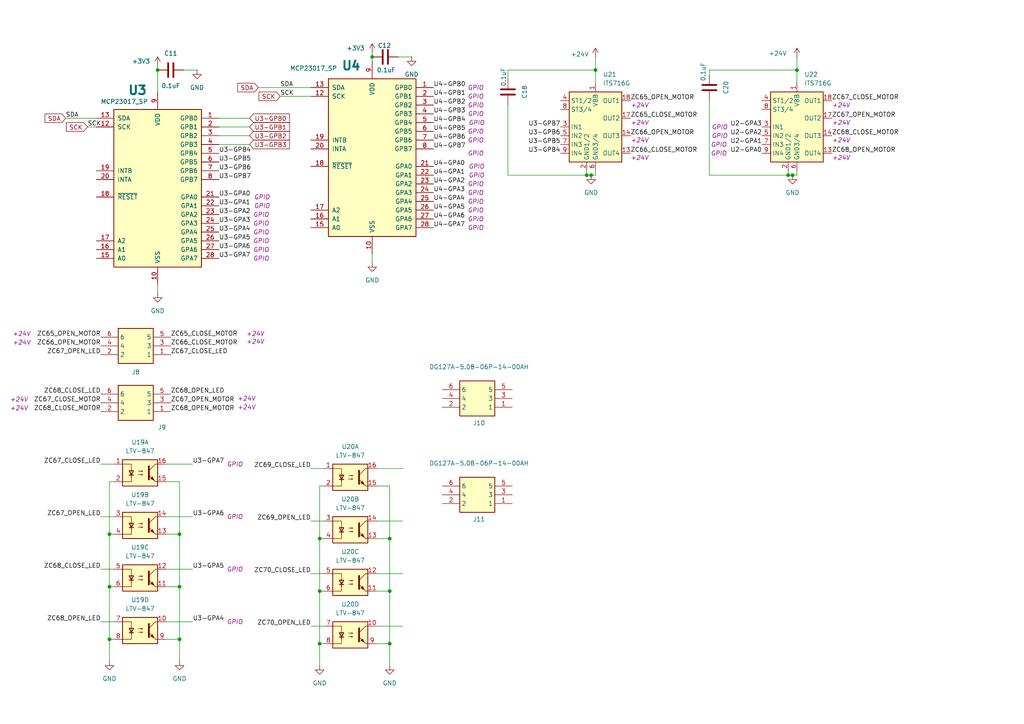
<source format=kicad_sch>
(kicad_sch (version 20250114) (generator "eeschema") (generator_version "9.0")
  (paper "A4")
  (lib_symbols
    (symbol "1_tme:DG127A-5.08-06P-14-00AH"
      (property "Reference" "J" (at 16.51 7.62 0))
      (property "Value" "DG127A-5.08-06P-14-00AH" (at 16.51 5.08 0))
      (symbol "DG127A-5.08-06P-14-00AH_1_1"
        (rectangle (start 5.08 2.54) (end 15.24 -7.62) (stroke (width 0.254)) (fill (type background)))
        (pin passive line (at 0 0 0) (length 5.08) (name "2") (number "2"))
        (pin passive line (at 0 -2.54 0) (length 5.08) (name "4") (number "4"))
        (pin passive line (at 0 -5.08 0) (length 5.08) (name "6") (number "6"))
        (pin passive line (at 20.32 0 180) (length 5.08) (name "1") (number "1"))
        (pin passive line (at 20.32 -2.54 180) (length 5.08) (name "3") (number "3"))
        (pin passive line (at 20.32 -5.08 180) (length 5.08) (name "5") (number "5"))
      )
    )
    (symbol "Device:C" (pin_numbers (hide yes)) (pin_names (offset 0.254))
      (property "Reference" "C" (at 0.635 2.54 0))
      (property "Value" "C" (at 0.635 -2.54 0))
      (symbol "C_0_1"
        (polyline (pts (xy -2.032 0.762) (xy 2.032 0.762)) (stroke (width 0.508)))
        (polyline (pts (xy -2.032 -0.762) (xy 2.032 -0.762)) (stroke (width 0.508)))
      )
      (symbol "C_1_1"
        (pin passive line (at 0 3.81 270) (length 2.794) (name "~") (number "1"))
        (pin passive line (at 0 -3.81 90) (length 2.794) (name "~") (number "2"))
      )
    )
    (symbol "Driver_FET:ITS716G"
      (property "Reference" "U" (at -5.08 11.43 0))
      (property "Value" "ITS716G" (at 6.35 11.43 0))
      (symbol "ITS716G_0_1"
        (rectangle (start -7.62 10.16) (end 7.62 -10.16) (stroke (width 0.254)) (fill (type background)))
      )
      (symbol "ITS716G_1_1"
        (pin open_collector line (at -10.16 7.62 0) (length 2.54) (name "ST1/2") (number "4"))
        (pin open_collector line (at -10.16 5.08 0) (length 2.54) (name "ST3/4") (number "8"))
        (pin input line (at -10.16 0 0) (length 2.54) (name "IN1") (number "3"))
        (pin input line (at -10.16 -2.54 0) (length 2.54) (name "IN2") (number "5"))
        (pin input line (at -10.16 -5.08 0) (length 2.54) (name "IN3") (number "7"))
        (pin input line (at -10.16 -7.62 0) (length 2.54) (name "IN4") (number "9"))
        (pin power_in line (at -2.54 -12.7 90) (length 2.54) (name "GND1/2") (number "2"))
        (pin power_in line (at 0 12.7 270) (length 2.54) (name "VBB") (number "1"))
        (pin passive line (at 0 12.7 270) (length 2.54) (hide yes) (name "VBB") (number "10"))
        (pin passive line (at 0 12.7 270) (length 2.54) (hide yes) (name "VBB") (number "11"))
        (pin passive line (at 0 12.7 270) (length 2.54) (hide yes) (name "VBB") (number "12"))
        (pin passive line (at 0 12.7 270) (length 2.54) (hide yes) (name "VBB") (number "15"))
        (pin passive line (at 0 12.7 270) (length 2.54) (hide yes) (name "VBB") (number "16"))
        (pin passive line (at 0 12.7 270) (length 2.54) (hide yes) (name "VBB") (number "19"))
        (pin passive line (at 0 12.7 270) (length 2.54) (hide yes) (name "VBB") (number "20"))
        (pin power_in line (at 0 -12.7 90) (length 2.54) (name "GND3/4") (number "6"))
        (pin open_emitter line (at 10.16 7.62 180) (length 2.54) (name "OUT1") (number "18"))
        (pin open_emitter line (at 10.16 2.54 180) (length 2.54) (name "OUT2") (number "17"))
        (pin open_emitter line (at 10.16 -2.54 180) (length 2.54) (name "OUT3") (number "14"))
        (pin open_emitter line (at 10.16 -7.62 180) (length 2.54) (name "OUT4") (number "13"))
      )
    )
    (symbol "Interface_Expansion:MCP23017_SP" (pin_names (offset 1.016))
      (property "Reference" "U" (at -11.43 24.13 0))
      (property "Value" "MCP23017_SP" (at 0 0 0))
      (symbol "MCP23017_SP_0_1"
        (rectangle (start -12.7 22.86) (end 12.7 -22.86) (stroke (width 0.254)) (fill (type background)))
      )
      (symbol "MCP23017_SP_1_1"
        (pin bidirectional line (at -17.78 20.32 0) (length 5.08) (name "SDA") (number "13"))
        (pin input line (at -17.78 17.78 0) (length 5.08) (name "SCK") (number "12"))
        (pin tri_state line (at -17.78 5.08 0) (length 5.08) (name "INTB") (number "19"))
        (pin tri_state line (at -17.78 2.54 0) (length 5.08) (name "INTA") (number "20"))
        (pin input line (at -17.78 -2.54 0) (length 5.08) (name "~{RESET}") (number "18"))
        (pin input line (at -17.78 -15.24 0) (length 5.08) (name "A2") (number "17"))
        (pin input line (at -17.78 -17.78 0) (length 5.08) (name "A1") (number "16"))
        (pin input line (at -17.78 -20.32 0) (length 5.08) (name "A0") (number "15"))
        (pin no_connect line (at -12.7 15.24 0) (length 5.08) (hide yes) (name "NC") (number "11"))
        (pin no_connect line (at -12.7 12.7 0) (length 5.08) (hide yes) (name "NC") (number "14"))
        (pin power_in line (at 0 27.94 270) (length 5.08) (name "VDD") (number "9"))
        (pin power_in line (at 0 -27.94 90) (length 5.08) (name "VSS") (number "10"))
        (pin bidirectional line (at 17.78 20.32 180) (length 5.08) (name "GPB0") (number "1"))
        (pin bidirectional line (at 17.78 17.78 180) (length 5.08) (name "GPB1") (number "2"))
        (pin bidirectional line (at 17.78 15.24 180) (length 5.08) (name "GPB2") (number "3"))
        (pin bidirectional line (at 17.78 12.7 180) (length 5.08) (name "GPB3") (number "4"))
        (pin bidirectional line (at 17.78 10.16 180) (length 5.08) (name "GPB4") (number "5"))
        (pin bidirectional line (at 17.78 7.62 180) (length 5.08) (name "GPB5") (number "6"))
        (pin bidirectional line (at 17.78 5.08 180) (length 5.08) (name "GPB6") (number "7"))
        (pin output line (at 17.78 2.54 180) (length 5.08) (name "GPB7") (number "8"))
        (pin bidirectional line (at 17.78 -2.54 180) (length 5.08) (name "GPA0") (number "21"))
        (pin bidirectional line (at 17.78 -5.08 180) (length 5.08) (name "GPA1") (number "22"))
        (pin bidirectional line (at 17.78 -7.62 180) (length 5.08) (name "GPA2") (number "23"))
        (pin bidirectional line (at 17.78 -10.16 180) (length 5.08) (name "GPA3") (number "24"))
        (pin bidirectional line (at 17.78 -12.7 180) (length 5.08) (name "GPA4") (number "25"))
        (pin bidirectional line (at 17.78 -15.24 180) (length 5.08) (name "GPA5") (number "26"))
        (pin bidirectional line (at 17.78 -17.78 180) (length 5.08) (name "GPA6") (number "27"))
        (pin output line (at 17.78 -20.32 180) (length 5.08) (name "GPA7") (number "28"))
      )
    )
    (symbol "Isolator:LTV-847" (pin_names (offset 1.016))
      (property "Reference" "U" (at -5.08 5.08 0))
      (property "Value" "LTV-847" (at 0 5.08 0))
      (symbol "LTV-847_0_1"
        (rectangle (start -5.08 3.81) (end 5.08 -3.81) (stroke (width 0.254)) (fill (type background)))
        (polyline (pts (xy -5.08 2.54) (xy -2.54 2.54) (xy -2.54 -1.27) (xy -2.54 0.635)))
        (polyline (pts (xy -3.175 -0.635) (xy -1.905 -0.635)) (stroke (width 0.254)))
        (polyline (pts (xy -2.54 -0.635) (xy -2.54 -2.54) (xy -5.08 -2.54)))
        (polyline (pts (xy -2.54 -0.635) (xy -3.175 0.635) (xy -1.905 0.635) (xy -2.54 -0.635)) (stroke (width 0.254)))
        (polyline (pts (xy -0.508 0.508) (xy 0.762 0.508) (xy 0.381 0.381) (xy 0.381 0.635) (xy 0.762 0.508)))
        (polyline (pts (xy -0.508 -0.508) (xy 0.762 -0.508) (xy 0.381 -0.635) (xy 0.381 -0.381) (xy 0.762 -0.508)))
        (polyline (pts (xy 2.54 1.905) (xy 2.54 -1.905)) (stroke (width 0.508)))
        (polyline (pts (xy 2.54 0.635) (xy 4.445 2.54)))
        (polyline (pts (xy 3.048 -1.651) (xy 3.556 -1.143) (xy 4.064 -2.159) (xy 3.048 -1.651)) (fill (type outline)))
        (polyline (pts (xy 4.445 2.54) (xy 5.08 2.54)))
        (polyline (pts (xy 4.445 -2.54) (xy 2.54 -0.635)) (fill (type outline)))
        (polyline (pts (xy 4.445 -2.54) (xy 5.08 -2.54)))
      )
      (symbol "LTV-847_1_1"
        (pin passive line (at -7.62 2.54 0) (length 2.54) (name "~") (number "1"))
        (pin passive line (at -7.62 -2.54 0) (length 2.54) (name "~") (number "2"))
        (pin passive line (at 7.62 2.54 180) (length 2.54) (name "~") (number "16"))
        (pin passive line (at 7.62 -2.54 180) (length 2.54) (name "~") (number "15"))
      )
      (symbol "LTV-847_2_1"
        (pin passive line (at -7.62 2.54 0) (length 2.54) (name "~") (number "3"))
        (pin passive line (at -7.62 -2.54 0) (length 2.54) (name "~") (number "4"))
        (pin passive line (at 7.62 2.54 180) (length 2.54) (name "~") (number "14"))
        (pin passive line (at 7.62 -2.54 180) (length 2.54) (name "~") (number "13"))
      )
      (symbol "LTV-847_3_1"
        (pin passive line (at -7.62 2.54 0) (length 2.54) (name "~") (number "5"))
        (pin passive line (at -7.62 -2.54 0) (length 2.54) (name "~") (number "6"))
        (pin passive line (at 7.62 2.54 180) (length 2.54) (name "~") (number "12"))
        (pin passive line (at 7.62 -2.54 180) (length 2.54) (name "~") (number "11"))
      )
      (symbol "LTV-847_4_1"
        (pin passive line (at -7.62 2.54 0) (length 2.54) (name "~") (number "7"))
        (pin passive line (at -7.62 -2.54 0) (length 2.54) (name "~") (number "8"))
        (pin passive line (at 7.62 2.54 180) (length 2.54) (name "~") (number "10"))
        (pin passive line (at 7.62 -2.54 180) (length 2.54) (name "~") (number "9"))
      )
    )
    (symbol "power:+24V" (power) (pin_numbers (hide yes)) (pin_names (offset 0) (hide yes))
      (property "Value" "+24V" (at 0 3.556 0))
      (symbol "+24V_0_1"
        (polyline (pts (xy -0.762 1.27) (xy 0 2.54)))
        (polyline (pts (xy 0 2.54) (xy 0.762 1.27)))
        (polyline (pts (xy 0 0) (xy 0 2.54)))
      )
      (symbol "+24V_1_1"
        (pin power_in line (at 0 0 90) (length 0) (name "~") (number "1"))
      )
    )
    (symbol "power:+5VD" (power) (pin_numbers (hide yes)) (pin_names (offset 0) (hide yes))
      (property "Value" "+5VD" (at 0 3.556 0))
      (symbol "+5VD_0_1"
        (polyline (pts (xy -0.762 1.27) (xy 0 2.54)))
        (polyline (pts (xy 0 2.54) (xy 0.762 1.27)))
        (polyline (pts (xy 0 0) (xy 0 2.54)))
      )
      (symbol "+5VD_1_1"
        (pin power_in line (at 0 0 90) (length 0) (name "~") (number "1"))
      )
    )
    (symbol "power:GND" (power) (pin_numbers (hide yes)) (pin_names (offset 0) (hide yes))
      (property "Value" "GND" (at 0 -3.81 0))
      (symbol "GND_0_1"
        (polyline (pts (xy 0 0) (xy 0 -1.27) (xy 1.27 -1.27) (xy 0 -2.54) (xy -1.27 -1.27) (xy 0 -1.27)))
      )
      (symbol "GND_1_1"
        (pin power_in line (at 0 0 270) (length 0) (name "~") (number "1"))
      )
    )
  )
  (junction (at 31.75 185.42))
  (junction (at 170.18 50.8))
  (junction (at 52.07 170.18))
  (junction (at 92.71 156.21))
  (junction (at 229.87 50.8))
  (junction (at 92.71 186.69))
  (junction (at 113.03 156.21))
  (junction (at 231.14 20.32))
  (junction (at 45.72 20.32))
  (junction (at 52.07 154.94))
  (junction (at 107.95 16.51))
  (junction (at 31.75 170.18))
  (junction (at 172.72 20.32))
  (junction (at 52.07 185.42))
  (junction (at 113.03 171.45))
  (junction (at 113.03 186.69))
  (junction (at 92.71 171.45))
  (junction (at 171.45 50.8))
  (junction (at 228.6 50.8))
  (junction (at 31.75 154.94))
  (wire (pts (xy 113.03 140.97) (xy 113.03 156.21)))
  (wire (pts (xy 93.98 140.97) (xy 92.71 140.97)))
  (wire (pts (xy 107.95 16.51) (xy 107.95 17.78)))
  (wire (pts (xy 205.74 20.32) (xy 205.74 21.59)))
  (wire (pts (xy 90.17 181.61) (xy 93.98 181.61)))
  (wire (pts (xy 31.75 170.18) (xy 31.75 185.42)))
  (wire (pts (xy 52.07 185.42) (xy 52.07 191.77)))
  (wire (pts (xy 55.88 149.86) (xy 48.26 149.86)))
  (wire (pts (xy 93.98 156.21) (xy 92.71 156.21)))
  (wire (pts (xy 29.21 134.62) (xy 33.02 134.62)))
  (wire (pts (xy 72.39 39.37) (xy 63.5 39.37)))
  (wire (pts (xy 229.87 50.8) (xy 231.14 50.8)))
  (wire (pts (xy 147.32 30.48) (xy 147.32 50.8)))
  (wire (pts (xy 147.32 50.8) (xy 170.18 50.8)))
  (wire (pts (xy 205.74 50.8) (xy 228.6 50.8)))
  (wire (pts (xy 113.03 156.21) (xy 113.03 171.45)))
  (wire (pts (xy 92.71 171.45) (xy 92.71 186.69)))
  (wire (pts (xy 172.72 20.32) (xy 172.72 24.13)))
  (wire (pts (xy 48.26 154.94) (xy 52.07 154.94)))
  (wire (pts (xy 116.84 135.89) (xy 109.22 135.89)))
  (wire (pts (xy 93.98 186.69) (xy 92.71 186.69)))
  (wire (pts (xy 45.72 19.05) (xy 45.72 20.32)))
  (wire (pts (xy 52.07 139.7) (xy 52.07 154.94)))
  (wire (pts (xy 119.38 16.51) (xy 115.57 16.51)))
  (wire (pts (xy 231.14 16.51) (xy 231.14 20.32)))
  (wire (pts (xy 113.03 186.69) (xy 113.03 193.04)))
  (wire (pts (xy 29.21 165.1) (xy 33.02 165.1)))
  (wire (pts (xy 72.39 34.29) (xy 63.5 34.29)))
  (wire (pts (xy 19.05 34.29) (xy 27.94 34.29)))
  (wire (pts (xy 90.17 166.37) (xy 93.98 166.37)))
  (wire (pts (xy 93.98 171.45) (xy 92.71 171.45)))
  (wire (pts (xy 231.14 20.32) (xy 231.14 24.13)))
  (wire (pts (xy 29.21 149.86) (xy 33.02 149.86)))
  (wire (pts (xy 92.71 140.97) (xy 92.71 156.21)))
  (wire (pts (xy 48.26 139.7) (xy 52.07 139.7)))
  (wire (pts (xy 31.75 139.7) (xy 31.75 154.94)))
  (wire (pts (xy 92.71 156.21) (xy 92.71 171.45)))
  (wire (pts (xy 147.32 20.32) (xy 147.32 22.86)))
  (wire (pts (xy 107.95 15.24) (xy 107.95 16.51)))
  (wire (pts (xy 45.72 20.32) (xy 45.72 26.67)))
  (wire (pts (xy 48.26 170.18) (xy 52.07 170.18)))
  (wire (pts (xy 109.22 140.97) (xy 113.03 140.97)))
  (wire (pts (xy 31.75 185.42) (xy 31.75 191.77)))
  (wire (pts (xy 116.84 151.13) (xy 109.22 151.13)))
  (wire (pts (xy 55.88 134.62) (xy 48.26 134.62)))
  (wire (pts (xy 170.18 50.8) (xy 171.45 50.8)))
  (wire (pts (xy 52.07 170.18) (xy 52.07 185.42)))
  (wire (pts (xy 25.4 36.83) (xy 27.94 36.83)))
  (wire (pts (xy 231.14 20.32) (xy 205.74 20.32)))
  (wire (pts (xy 52.07 154.94) (xy 52.07 170.18)))
  (wire (pts (xy 205.74 29.21) (xy 205.74 50.8)))
  (wire (pts (xy 170.18 49.53) (xy 170.18 50.8)))
  (wire (pts (xy 172.72 49.53) (xy 172.72 50.8)))
  (wire (pts (xy 33.02 154.94) (xy 31.75 154.94)))
  (wire (pts (xy 109.22 156.21) (xy 113.03 156.21)))
  (wire (pts (xy 231.14 49.53) (xy 231.14 50.8)))
  (wire (pts (xy 109.22 171.45) (xy 113.03 171.45)))
  (wire (pts (xy 33.02 139.7) (xy 31.75 139.7)))
  (wire (pts (xy 107.95 73.66) (xy 107.95 76.2)))
  (wire (pts (xy 55.88 180.34) (xy 48.26 180.34)))
  (wire (pts (xy 57.15 20.32) (xy 53.34 20.32)))
  (wire (pts (xy 48.26 185.42) (xy 52.07 185.42)))
  (wire (pts (xy 228.6 49.53) (xy 228.6 50.8)))
  (wire (pts (xy 81.28 27.94) (xy 90.17 27.94)))
  (wire (pts (xy 45.72 82.55) (xy 45.72 85.09)))
  (wire (pts (xy 109.22 186.69) (xy 113.03 186.69)))
  (wire (pts (xy 31.75 154.94) (xy 31.75 170.18)))
  (wire (pts (xy 90.17 135.89) (xy 93.98 135.89)))
  (wire (pts (xy 92.71 186.69) (xy 92.71 193.04)))
  (wire (pts (xy 29.21 180.34) (xy 33.02 180.34)))
  (wire (pts (xy 172.72 16.51) (xy 172.72 20.32)))
  (wire (pts (xy 116.84 181.61) (xy 109.22 181.61)))
  (wire (pts (xy 74.93 25.4) (xy 90.17 25.4)))
  (wire (pts (xy 90.17 151.13) (xy 93.98 151.13)))
  (wire (pts (xy 172.72 20.32) (xy 147.32 20.32)))
  (wire (pts (xy 55.88 165.1) (xy 48.26 165.1)))
  (wire (pts (xy 33.02 185.42) (xy 31.75 185.42)))
  (wire (pts (xy 116.84 166.37) (xy 109.22 166.37)))
  (wire (pts (xy 113.03 171.45) (xy 113.03 186.69)))
  (wire (pts (xy 72.39 36.83) (xy 63.5 36.83)))
  (wire (pts (xy 228.6 50.8) (xy 229.87 50.8)))
  (wire (pts (xy 72.39 41.91) (xy 63.5 41.91)))
  (wire (pts (xy 33.02 170.18) (xy 31.75 170.18)))
  (wire (pts (xy 171.45 50.8) (xy 172.72 50.8)))
  (label "ZC67_OPEN_LED" (at 29.21 102.87 180))
  (label "U4-GPB2" (at 125.73 30.48 0) (property "Netclass" "GPIO" (at 135.636 30.48 0) (effects (font (italic yes)) (justify left))))
  (label "U4-GPB4" (at 125.73 35.56 0) (property "Netclass" "GPIO" (at 135.89 35.56 0) (effects (font (italic yes)) (justify left))))
  (label "U4-GPB1" (at 125.73 27.94 0) (property "Netclass" "GPIO" (at 135.636 27.94 0) (effects (font (italic yes)) (justify left))))
  (label "U4-GPA4" (at 125.73 58.42 0) (property "Netclass" "GPIO" (at 135.636 58.42 0) (effects (font (italic yes)) (justify left))))
  (label "SCK" (at 25.4 36.83 0))
  (label "U4-GPB5" (at 125.73 38.1 0) (property "Netclass" "GPIO" (at 135.636 38.1 0) (effects (font (italic yes)) (justify left))))
  (label "U3-GPB7" (at 162.56 36.83 180))
  (label "ZC68_OPEN_MOTOR" (at 241.3 44.45 0) (property "Netclass" "+24V" (at 241.3 45.72 0) (effects (font (italic yes)) (justify left))))
  (label "ZC67_CLOSE_LED" (at 49.53 102.87 0))
  (label "ZC67_CLOSE_MOTOR" (at 29.21 116.84 180) (property "Netclass" "+24V" (at 8.128 115.824 0) (effects (font (italic yes)) (justify right))))
  (label "ZC67_OPEN_MOTOR" (at 241.3 34.29 0) (property "Netclass" "+24V" (at 241.3 35.56 0) (effects (font (italic yes)) (justify left))))
  (label "U4-GPA0" (at 125.73 48.26 0) (property "Netclass" "GPIO" (at 135.89 48.26 0) (effects (font (italic yes)) (justify left))))
  (label "ZC67_OPEN_LED" (at 29.21 149.86 180))
  (label "U4-GPA5" (at 125.73 60.96 0) (property "Netclass" "GPIO" (at 135.636 60.96 0) (effects (font (italic yes)) (justify left))))
  (label "U3-GPA4" (at 55.88 180.34 0) (property "Netclass" "GPIO" (at 65.786 180.34 0) (effects (font (italic yes)) (justify left))))
  (label "U3-GPA2" (at 63.5 62.23 0) (property "Netclass" "GPIO" (at 73.406 62.23 0) (effects (font (italic yes)) (justify left))))
  (label "U3-GPB5" (at 162.56 41.91 180))
  (label "U3-GPB4" (at 63.5 44.45 0))
  (label "ZC66_OPEN_MOTOR" (at 182.88 39.37 0) (property "Netclass" "+24V" (at 182.88 40.64 0) (effects (font (italic yes)) (justify left))))
  (label "U3-GPA5" (at 55.88 165.1 0) (property "Netclass" "GPIO" (at 65.786 165.1 0) (effects (font (italic yes)) (justify left))))
  (label "U2-GPA0" (at 220.98 44.45 180) (property "Netclass" "GPIO" (at 210.82 44.45 0) (effects (font (italic yes)) (justify right))))
  (label "U3-GPA5" (at 63.5 69.85 0) (property "Netclass" "GPIO" (at 73.406 69.85 0) (effects (font (italic yes)) (justify left))))
  (label "ZC69_CLOSE_LED" (at 90.17 135.89 180))
  (label "ZC70_OPEN_LED" (at 90.17 181.61 180))
  (label "ZC68_CLOSE_MOTOR" (at 29.21 119.38 180) (property "Netclass" "+24V" (at 8.128 118.364 0) (effects (font (italic yes)) (justify right))))
  (label "U3-GPA7" (at 63.5 74.93 0) (property "Netclass" "GPIO" (at 73.406 74.93 0) (effects (font (italic yes)) (justify left))))
  (label "SDA" (at 19.05 34.29 0))
  (label "U4-GPA2" (at 125.73 53.34 0) (property "Netclass" "GPIO" (at 135.636 53.34 0) (effects (font (italic yes)) (justify left))))
  (label "U3-GPB4" (at 162.56 44.45 180))
  (label "U2-GPA3" (at 220.98 36.83 180) (property "Netclass" "GPIO" (at 211.074 36.83 0) (effects (font (italic yes)) (justify right))))
  (label "U4-GPB0" (at 125.73 25.4 0) (property "Netclass" "GPIO" (at 135.636 25.4 0) (effects (font (italic yes)) (justify left))))
  (label "ZC68_CLOSE_MOTOR" (at 241.3 39.37 0) (property "Netclass" "+24V" (at 241.3 40.64 0) (effects (font (italic yes)) (justify left))))
  (label "U3-GPB6" (at 63.5 49.53 0))
  (label "U2-GPA1" (at 220.98 41.91 180) (property "Netclass" "GPIO" (at 210.82 41.91 0) (effects (font (italic yes)) (justify right))))
  (label "U3-GPA3" (at 63.5 64.77 0) (property "Netclass" "GPIO" (at 73.406 64.77 0) (effects (font (italic yes)) (justify left))))
  (label "ZC68_OPEN_LED" (at 49.53 114.3 0))
  (label "U4-GPA6" (at 125.73 63.5 0) (property "Netclass" "GPIO" (at 135.636 63.5 0) (effects (font (italic yes)) (justify left))))
  (label "ZC68_CLOSE_LED" (at 29.21 165.1 180))
  (label "ZC68_OPEN_LED" (at 29.21 180.34 180))
  (label "U3-GPA4" (at 63.5 67.31 0) (property "Netclass" "GPIO" (at 73.406 67.31 0) (effects (font (italic yes)) (justify left))))
  (label "U4-GPB3" (at 125.73 33.02 0) (property "Netclass" "GPIO" (at 135.636 33.02 0) (effects (font (italic yes)) (justify left))))
  (label "U4-GPB7" (at 125.73 43.18 0) (property "Netclass" "GPIO" (at 135.636 44.45 0) (effects (font (italic yes)) (justify left))))
  (label "ZC68_CLOSE_LED" (at 29.21 114.3 180))
  (label "ZC65_OPEN_MOTOR" (at 182.88 29.21 0) (property "Netclass" "+24V" (at 182.88 30.48 0) (effects (font (italic yes)) (justify left))))
  (label "SCK" (at 81.28 27.94 0))
  (label "U3-GPA6" (at 63.5 72.39 0) (property "Netclass" "GPIO" (at 73.406 72.39 0) (effects (font (italic yes)) (justify left))))
  (label "ZC65_OPEN_MOTOR" (at 29.21 97.79 180) (property "Netclass" "+24V" (at 8.89 96.774 0) (effects (font (italic yes)) (justify right))))
  (label "ZC67_OPEN_MOTOR" (at 49.53 116.84 0) (property "Netclass" "+24V" (at 68.834 115.57 0) (effects (font (italic yes)) (justify left))))
  (label "ZC67_CLOSE_LED" (at 29.21 134.62 180))
  (label "U3-GPA6" (at 55.88 149.86 0) (property "Netclass" "GPIO" (at 65.786 149.86 0) (effects (font (italic yes)) (justify left))))
  (label "U4-GPA3" (at 125.73 55.88 0) (property "Netclass" "GPIO" (at 135.636 55.88 0) (effects (font (italic yes)) (justify left))))
  (label "ZC66_CLOSE_MOTOR" (at 49.53 100.33 0) (property "Netclass" "+24V" (at 71.374 99.06 0) (effects (font (italic yes)) (justify left))))
  (label "U4-GPA7" (at 125.73 66.04 0) (property "Netclass" "GPIO" (at 135.636 66.04 0) (effects (font (italic yes)) (justify left))))
  (label "U3-GPA0" (at 63.5 57.15 0) (property "Netclass" "GPIO" (at 73.66 57.15 0) (effects (font (italic yes)) (justify left))))
  (label "U3-GPA1" (at 63.5 59.69 0) (property "Netclass" "GPIO" (at 73.66 59.69 0) (effects (font (italic yes)) (justify left))))
  (label "SDA" (at 81.28 25.4 0))
  (label "ZC66_OPEN_MOTOR" (at 29.21 100.33 180) (property "Netclass" "+24V" (at 8.89 99.314 0) (effects (font (italic yes)) (justify right))))
  (label "U4-GPA1" (at 125.73 50.8 0) (property "Netclass" "GPIO" (at 135.89 50.8 0) (effects (font (italic yes)) (justify left))))
  (label "U3-GPA7" (at 55.88 134.62 0) (property "Netclass" "GPIO" (at 65.786 134.62 0) (effects (font (italic yes)) (justify left))))
  (label "ZC65_CLOSE_MOTOR" (at 49.53 97.79 0) (property "Netclass" "+24V" (at 71.374 96.774 0) (effects (font (italic yes)) (justify left))))
  (label "ZC65_CLOSE_MOTOR" (at 182.88 34.29 0) (property "Netclass" "+24V" (at 182.88 35.56 0) (effects (font (italic yes)) (justify left))))
  (label "ZC66_CLOSE_MOTOR" (at 182.88 44.45 0) (property "Netclass" "+24V" (at 182.88 45.72 0) (effects (font (italic yes)) (justify left))))
  (label "U2-GPA2" (at 220.98 39.37 180) (property "Netclass" "GPIO" (at 211.074 39.37 0) (effects (font (italic yes)) (justify right))))
  (label "U3-GPB5" (at 63.5 46.99 0))
  (label "U3-GPB6" (at 162.56 39.37 180))
  (label "U4-GPB6" (at 125.73 40.64 0) (property "Netclass" "GPIO" (at 135.636 40.64 0) (effects (font (italic yes)) (justify left))))
  (label "U3-GPB7" (at 63.5 52.07 0))
  (label "ZC68_OPEN_MOTOR" (at 49.53 119.38 0) (property "Netclass" "+24V" (at 68.834 118.11 0) (effects (font (italic yes)) (justify left))))
  (label "ZC67_CLOSE_MOTOR" (at 241.3 29.21 0) (property "Netclass" "+24V" (at 241.3 30.48 0) (effects (font (italic yes)) (justify left))))
  (label "ZC69_OPEN_LED" (at 90.17 151.13 180))
  (label "ZC70_CLOSE_LED" (at 90.17 166.37 180))
  (global_label "SDA" (shape input) (at 19.05 34.29 180) (property "Intersheetrefs" "${INTERSHEET_REFS}" (effects (hide yes))))
  (global_label "U3-GPB2" (shape input) (at 72.39 39.37 0) (property "Intersheetrefs" "${INTERSHEET_REFS}" (effects (hide yes))))
  (global_label "SCK" (shape input) (at 81.28 27.94 180) (property "Intersheetrefs" "${INTERSHEET_REFS}" (effects (hide yes))))
  (global_label "U3-GPB1" (shape input) (at 72.39 36.83 0) (property "Intersheetrefs" "${INTERSHEET_REFS}" (effects (hide yes))))
  (global_label "U3-GPB3" (shape input) (at 72.39 41.91 0) (property "Intersheetrefs" "${INTERSHEET_REFS}" (effects (hide yes))))
  (global_label "U3-GPB0" (shape input) (at 72.39 34.29 0) (property "Intersheetrefs" "${INTERSHEET_REFS}" (effects (hide yes))))
  (global_label "SCK" (shape input) (at 25.4 36.83 180) (property "Intersheetrefs" "${INTERSHEET_REFS}" (effects (hide yes))))
  (global_label "SDA" (shape input) (at 74.93 25.4 180) (property "Intersheetrefs" "${INTERSHEET_REFS}" (effects (hide yes))))
  (symbol (lib_id "power:+5VD") (at 45.72 19.05 0) (unit 1)
    (property "Reference" "#PWR07" (effects (hide yes)))
    (property "Value" "+3V3" (at 40.894 17.78 0))
    (property "Description" "Power symbol creates a global label with name \"+5VD\"" (effects (hide yes)))
  )
  (symbol (lib_id "Isolator:LTV-847") (at 40.64 182.88 0) (unit 4)
    (property "Reference" "U19" (at 40.64 173.99 0))
    (property "Value" "LTV-847" (at 40.64 176.53 0))
    (property "Footprint" "Package_DIP:DIP-16_W7.62mm" (effects (hide yes)))
    (property "Datasheet" "http://optoelectronics.liteon.com/upload/download/DS-70-96-0016/LTV-8X7%20series.PDF" (effects (hide yes)))
    (property "Description" "Quad DC Optocoupler, Vce 35V, CTR 50%, DIP-16" (effects (hide yes)))
  )
  (symbol (lib_id "Device:C") (at 49.53 20.32 90) (unit 1)
    (property "Reference" "C11" (at 49.53 15.494 90))
    (property "Value" "0.1uF" (at 49.53 24.892 90))
    (property "Footprint" "Capacitor_SMD:C_0805_2012Metric_Pad1.18x1.45mm_HandSolder" (effects (hide yes)))
    (property "Description" "Unpolarized capacitor" (effects (hide yes)))
  )
  (symbol (lib_id "Isolator:LTV-847") (at 101.6 184.15 0) (unit 4)
    (property "Reference" "U20" (at 101.6 175.26 0))
    (property "Value" "LTV-847" (at 101.6 177.8 0))
    (property "Footprint" "Package_DIP:DIP-16_W7.62mm" (effects (hide yes)))
    (property "Datasheet" "http://optoelectronics.liteon.com/upload/download/DS-70-96-0016/LTV-8X7%20series.PDF" (effects (hide yes)))
    (property "Description" "Quad DC Optocoupler, Vce 35V, CTR 50%, DIP-16" (effects (hide yes)))
  )
  (symbol (lib_id "Driver_FET:ITS716G") (at 172.72 36.83 0) (unit 1)
    (property "Reference" "U21" (at 174.8633 21.59 0) (effects (justify left)))
    (property "Value" "ITS716G" (at 174.8633 24.13 0) (effects (justify left)))
    (property "Footprint" "Package_SO:SOIC-20W_7.5x12.8mm_P1.27mm" (effects (hide yes)))
    (property "Datasheet" "https://www.infineon.com/dgdl/Infineon-ITS716G-DS-v01_01-en.pdf?fileId=db3a304412b407950112b428c2cf3e6d" (effects (hide yes)))
    (property "Description" "Smart High-Side Power Switch for Industrial Applications, Four Channels, Rds 140mΩ, SOIC-20W" (effects (hide yes)))
  )
  (symbol (lib_id "Isolator:LTV-847") (at 40.64 137.16 0) (unit 1)
    (property "Reference" "U19" (at 40.64 128.27 0))
    (property "Value" "LTV-847" (at 40.64 130.81 0))
    (property "Footprint" "Package_DIP:DIP-16_W7.62mm" (effects (hide yes)))
    (property "Datasheet" "http://optoelectronics.liteon.com/upload/download/DS-70-96-0016/LTV-8X7%20series.PDF" (effects (hide yes)))
    (property "Description" "Quad DC Optocoupler, Vce 35V, CTR 50%, DIP-16" (effects (hide yes)))
  )
  (symbol (lib_id "power:GND") (at 107.95 76.2 0) (unit 1)
    (property "Reference" "#PWR010" (effects (hide yes)))
    (property "Value" "GND" (at 107.95 81.28 0))
    (property "Description" "Power symbol creates a global label with name \"GND\" , ground" (effects (hide yes)))
  )
  (symbol (lib_id "power:GND") (at 113.03 193.04 0) (unit 1)
    (property "Reference" "#PWR057" (effects (hide yes)))
    (property "Value" "GND" (at 113.03 198.12 0))
    (property "Description" "Power symbol creates a global label with name \"GND\" , ground" (effects (hide yes)))
  )
  (symbol (lib_id "Isolator:LTV-847") (at 101.6 138.43 0) (unit 1)
    (property "Reference" "U20" (at 101.6 129.54 0))
    (property "Value" "LTV-847" (at 101.6 132.08 0))
    (property "Footprint" "Package_DIP:DIP-16_W7.62mm" (effects (hide yes)))
    (property "Datasheet" "http://optoelectronics.liteon.com/upload/download/DS-70-96-0016/LTV-8X7%20series.PDF" (effects (hide yes)))
    (property "Description" "Quad DC Optocoupler, Vce 35V, CTR 50%, DIP-16" (effects (hide yes)))
  )
  (symbol (lib_id "power:+5VD") (at 107.95 15.24 0) (unit 1)
    (property "Reference" "#PWR09" (effects (hide yes)))
    (property "Value" "+3V3" (at 103.124 13.97 0))
    (property "Description" "Power symbol creates a global label with name \"+5VD\"" (effects (hide yes)))
  )
  (symbol (lib_id "Interface_Expansion:MCP23017_SP") (at 45.72 54.61 0) (unit 1)
    (property "Reference" "U3" (at 36.83 26.162 0) (effects (font (size 2.54 2.54) (thickness 0.508) (bold yes)) (justify left)))
    (property "Value" "MCP23017_SP" (at 29.21 29.464 0) (effects (justify left)))
    (property "Footprint" "Package_DIP:DIP-28_W7.62mm" (effects (hide yes)))
    (property "Datasheet" "https://ww1.microchip.com/downloads/aemDocuments/documents/APID/ProductDocuments/DataSheets/MCP23017-Data-Sheet-DS20001952.pdf" (effects (hide yes)))
    (property "Description" "16-bit I/O expander, I2C, interrupts, w pull-ups, SPDIP-28" (effects (hide yes)))
  )
  (symbol (lib_id "Device:C") (at 205.74 25.4 0) (unit 1)
    (property "Reference" "C20" (at 210.566 25.4 90))
    (property "Value" "0.1uF" (at 203.962 20.828 90))
    (property "Footprint" "Capacitor_SMD:C_0805_2012Metric_Pad1.18x1.45mm_HandSolder" (effects (hide yes)))
    (property "Description" "Unpolarized capacitor" (effects (hide yes)))
  )
  (symbol (lib_id "power:GND") (at 45.72 85.09 0) (unit 1)
    (property "Reference" "#PWR08" (effects (hide yes)))
    (property "Value" "GND" (at 45.72 90.17 0))
    (property "Description" "Power symbol creates a global label with name \"GND\" , ground" (effects (hide yes)))
  )
  (symbol (lib_id "1_tme:DG127A-5.08-06P-14-00AH") (at 29.21 102.87 0) (mirror x) (unit 1)
    (property "Reference" "J8" (at 39.37 107.95 0))
    (property "Value" "DG127A-5.08-06P-14-00AH" (effects (hide yes)))
    (property "Footprint" "DG127A50806P1400AH" (effects (hide yes)))
    (property "Datasheet" "https://www.degson.com/index.php?a=downloadFile&id=1094971&name=%27ZmlsZTQ=%27&lang=en" (effects (hide yes)))
    (property "Description" "PCB terminal block; angled 90; 5.08mm; ways: 6; on PCBs; terminal" (effects (hide yes)))
    (property "Height" "19.41" (effects (hide yes)))
    (property "Manufacturer_Name" "Degson" (effects (hide yes)))
    (property "Manufacturer_Part_Number" "DG127A-5.08-06P-14-00AH" (effects (hide yes)))
  )
  (symbol (lib_id "power:GND") (at 119.38 16.51 0) (unit 1)
    (property "Reference" "#PWR039" (effects (hide yes)))
    (property "Value" "GND" (at 119.38 21.59 0))
    (property "Description" "Power symbol creates a global label with name \"GND\" , ground" (effects (hide yes)))
  )
  (symbol (lib_id "Device:C") (at 147.32 26.67 0) (unit 1)
    (property "Reference" "C18" (at 152.146 26.67 90))
    (property "Value" "0.1uF" (at 146.05 22.352 90))
    (property "Footprint" "Capacitor_SMD:C_0805_2012Metric_Pad1.18x1.45mm_HandSolder" (effects (hide yes)))
    (property "Description" "Unpolarized capacitor" (effects (hide yes)))
  )
  (symbol (lib_id "power:GND") (at 52.07 191.77 0) (unit 1)
    (property "Reference" "#PWR055" (effects (hide yes)))
    (property "Value" "GND" (at 52.07 196.85 0))
    (property "Description" "Power symbol creates a global label with name \"GND\" , ground" (effects (hide yes)))
  )
  (symbol (lib_id "1_tme:DG127A-5.08-06P-14-00AH") (at 29.21 119.38 0) (mirror x) (unit 1)
    (property "Reference" "J9" (at 46.99 123.952 0))
    (property "Value" "DG127A-5.08-06P-14-00AH" (effects (hide yes)))
    (property "Footprint" "DG127A50806P1400AH" (effects (hide yes)))
    (property "Datasheet" "https://www.degson.com/index.php?a=downloadFile&id=1094971&name=%27ZmlsZTQ=%27&lang=en" (effects (hide yes)))
    (property "Description" "PCB terminal block; angled 90; 5.08mm; ways: 6; on PCBs; terminal" (effects (hide yes)))
    (property "Height" "19.41" (effects (hide yes)))
    (property "Manufacturer_Name" "Degson" (effects (hide yes)))
    (property "Manufacturer_Part_Number" "DG127A-5.08-06P-14-00AH" (effects (hide yes)))
  )
  (symbol (lib_id "Isolator:LTV-847") (at 40.64 167.64 0) (unit 3)
    (property "Reference" "U19" (at 40.64 158.75 0))
    (property "Value" "LTV-847" (at 40.64 161.29 0))
    (property "Footprint" "Package_DIP:DIP-16_W7.62mm" (effects (hide yes)))
    (property "Datasheet" "http://optoelectronics.liteon.com/upload/download/DS-70-96-0016/LTV-8X7%20series.PDF" (effects (hide yes)))
    (property "Description" "Quad DC Optocoupler, Vce 35V, CTR 50%, DIP-16" (effects (hide yes)))
  )
  (symbol (lib_id "1_tme:DG127A-5.08-06P-14-00AH") (at 128.27 146.05 0) (mirror x) (unit 1)
    (property "Reference" "J11" (at 138.938 150.622 0))
    (property "Value" "DG127A-5.08-06P-14-00AH" (at 138.938 134.366 0))
    (property "Footprint" "DG127A50806P1400AH" (effects (hide yes)))
    (property "Datasheet" "https://www.degson.com/index.php?a=downloadFile&id=1094971&name=%27ZmlsZTQ=%27&lang=en" (effects (hide yes)))
    (property "Description" "PCB terminal block; angled 90; 5.08mm; ways: 6; on PCBs; terminal" (effects (hide yes)))
    (property "Height" "19.41" (effects (hide yes)))
    (property "Manufacturer_Name" "Degson" (effects (hide yes)))
    (property "Manufacturer_Part_Number" "DG127A-5.08-06P-14-00AH" (effects (hide yes)))
  )
  (symbol (lib_id "Isolator:LTV-847") (at 101.6 168.91 0) (unit 3)
    (property "Reference" "U20" (at 101.6 160.02 0))
    (property "Value" "LTV-847" (at 101.6 162.56 0))
    (property "Footprint" "Package_DIP:DIP-16_W7.62mm" (effects (hide yes)))
    (property "Datasheet" "http://optoelectronics.liteon.com/upload/download/DS-70-96-0016/LTV-8X7%20series.PDF" (effects (hide yes)))
    (property "Description" "Quad DC Optocoupler, Vce 35V, CTR 50%, DIP-16" (effects (hide yes)))
  )
  (symbol (lib_id "power:+24V") (at 231.14 16.51 0) (unit 1)
    (property "Reference" "#PWR061" (effects (hide yes)))
    (property "Value" "+24V" (at 225.552 15.494 0))
    (property "Description" "Power symbol creates a global label with name \"+24V\"" (effects (hide yes)))
  )
  (symbol (lib_id "power:+24V") (at 172.72 16.51 0) (unit 1)
    (property "Reference" "#PWR059" (effects (hide yes)))
    (property "Value" "+24V" (at 168.148 15.748 0))
    (property "Description" "Power symbol creates a global label with name \"+24V\"" (effects (hide yes)))
  )
  (symbol (lib_id "power:GND") (at 92.71 193.04 0) (unit 1)
    (property "Reference" "#PWR056" (effects (hide yes)))
    (property "Value" "GND" (at 92.71 198.12 0))
    (property "Description" "Power symbol creates a global label with name \"GND\" , ground" (effects (hide yes)))
  )
  (symbol (lib_id "power:GND") (at 31.75 191.77 0) (unit 1)
    (property "Reference" "#PWR054" (effects (hide yes)))
    (property "Value" "GND" (at 31.75 196.85 0))
    (property "Description" "Power symbol creates a global label with name \"GND\" , ground" (effects (hide yes)))
  )
  (symbol (lib_id "power:GND") (at 57.15 20.32 0) (unit 1)
    (property "Reference" "#PWR038" (effects (hide yes)))
    (property "Value" "GND" (at 57.15 25.4 0))
    (property "Description" "Power symbol creates a global label with name \"GND\" , ground" (effects (hide yes)))
  )
  (symbol (lib_id "Isolator:LTV-847") (at 101.6 153.67 0) (unit 2)
    (property "Reference" "U20" (at 101.6 144.78 0))
    (property "Value" "LTV-847" (at 101.6 147.32 0))
    (property "Footprint" "Package_DIP:DIP-16_W7.62mm" (effects (hide yes)))
    (property "Datasheet" "http://optoelectronics.liteon.com/upload/download/DS-70-96-0016/LTV-8X7%20series.PDF" (effects (hide yes)))
    (property "Description" "Quad DC Optocoupler, Vce 35V, CTR 50%, DIP-16" (effects (hide yes)))
  )
  (symbol (lib_id "power:GND") (at 171.45 50.8 0) (unit 1)
    (property "Reference" "#PWR058" (effects (hide yes)))
    (property "Value" "GND" (at 171.45 55.88 0))
    (property "Description" "Power symbol creates a global label with name \"GND\" , ground" (effects (hide yes)))
  )
  (symbol (lib_id "Device:C") (at 111.76 16.51 90) (unit 1)
    (property "Reference" "C12" (at 111.506 13.208 90))
    (property "Value" "0.1uF" (at 112.014 20.32 90))
    (property "Footprint" "Capacitor_SMD:C_0805_2012Metric_Pad1.18x1.45mm_HandSolder" (effects (hide yes)))
    (property "Description" "Unpolarized capacitor" (effects (hide yes)))
  )
  (symbol (lib_id "1_tme:DG127A-5.08-06P-14-00AH") (at 128.27 118.11 0) (mirror x) (unit 1)
    (property "Reference" "J10" (at 138.938 122.682 0))
    (property "Value" "DG127A-5.08-06P-14-00AH" (at 138.938 106.426 0))
    (property "Footprint" "DG127A50806P1400AH" (effects (hide yes)))
    (property "Datasheet" "https://www.degson.com/index.php?a=downloadFile&id=1094971&name=%27ZmlsZTQ=%27&lang=en" (effects (hide yes)))
    (property "Description" "PCB terminal block; angled 90; 5.08mm; ways: 6; on PCBs; terminal" (effects (hide yes)))
    (property "Height" "19.41" (effects (hide yes)))
    (property "Manufacturer_Name" "Degson" (effects (hide yes)))
    (property "Manufacturer_Part_Number" "DG127A-5.08-06P-14-00AH" (effects (hide yes)))
  )
  (symbol (lib_id "Isolator:LTV-847") (at 40.64 152.4 0) (unit 2)
    (property "Reference" "U19" (at 40.64 143.51 0))
    (property "Value" "LTV-847" (at 40.64 146.05 0))
    (property "Footprint" "Package_DIP:DIP-16_W7.62mm" (effects (hide yes)))
    (property "Datasheet" "http://optoelectronics.liteon.com/upload/download/DS-70-96-0016/LTV-8X7%20series.PDF" (effects (hide yes)))
    (property "Description" "Quad DC Optocoupler, Vce 35V, CTR 50%, DIP-16" (effects (hide yes)))
  )
  (symbol (lib_id "Driver_FET:ITS716G") (at 231.14 36.83 0) (unit 1)
    (property "Reference" "U22" (at 233.2833 21.59 0) (effects (justify left)))
    (property "Value" "ITS716G" (at 233.2833 24.13 0) (effects (justify left)))
    (property "Footprint" "Package_SO:SOIC-20W_7.5x12.8mm_P1.27mm" (effects (hide yes)))
    (property "Datasheet" "https://www.infineon.com/dgdl/Infineon-ITS716G-DS-v01_01-en.pdf?fileId=db3a304412b407950112b428c2cf3e6d" (effects (hide yes)))
    (property "Description" "Smart High-Side Power Switch for Industrial Applications, Four Channels, Rds 140mΩ, SOIC-20W" (effects (hide yes)))
  )
  (symbol (lib_id "power:GND") (at 229.87 50.8 0) (unit 1)
    (property "Reference" "#PWR060" (effects (hide yes)))
    (property "Value" "GND" (at 229.87 55.88 0))
    (property "Description" "Power symbol creates a global label with name \"GND\" , ground" (effects (hide yes)))
  )
  (symbol (lib_id "Interface_Expansion:MCP23017_SP") (at 107.95 45.72 0) (unit 1)
    (property "Reference" "U4" (at 98.806 19.05 0) (effects (font (size 2.54 2.54) (thickness 0.508) (bold yes)) (justify left)))
    (property "Value" "MCP23017_SP" (at 84.074 19.812 0) (effects (justify left)))
    (property "Footprint" "Package_DIP:DIP-28_W7.62mm" (effects (hide yes)))
    (property "Datasheet" "https://ww1.microchip.com/downloads/aemDocuments/documents/APID/ProductDocuments/DataSheets/MCP23017-Data-Sheet-DS20001952.pdf" (effects (hide yes)))
    (property "Description" "16-bit I/O expander, I2C, interrupts, w pull-ups, SPDIP-28" (effects (hide yes)))
  )
)
</source>
